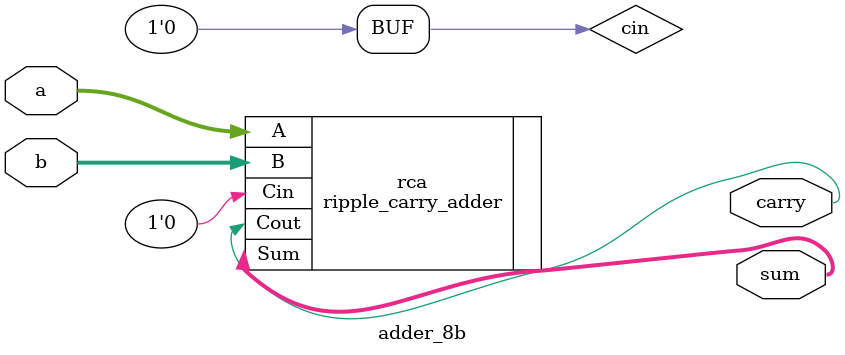
<source format=v>
module adder_8b(input [7:0] a,b,
                output [7:0] sum,
               output carry);
  wire cin = 1'b0;
  ripple_carry_adder #(.N(8),.model(1)) rca (.A(a), .B(b), .Cin(cin), .Sum(sum), .Cout(carry));
endmodule
</source>
